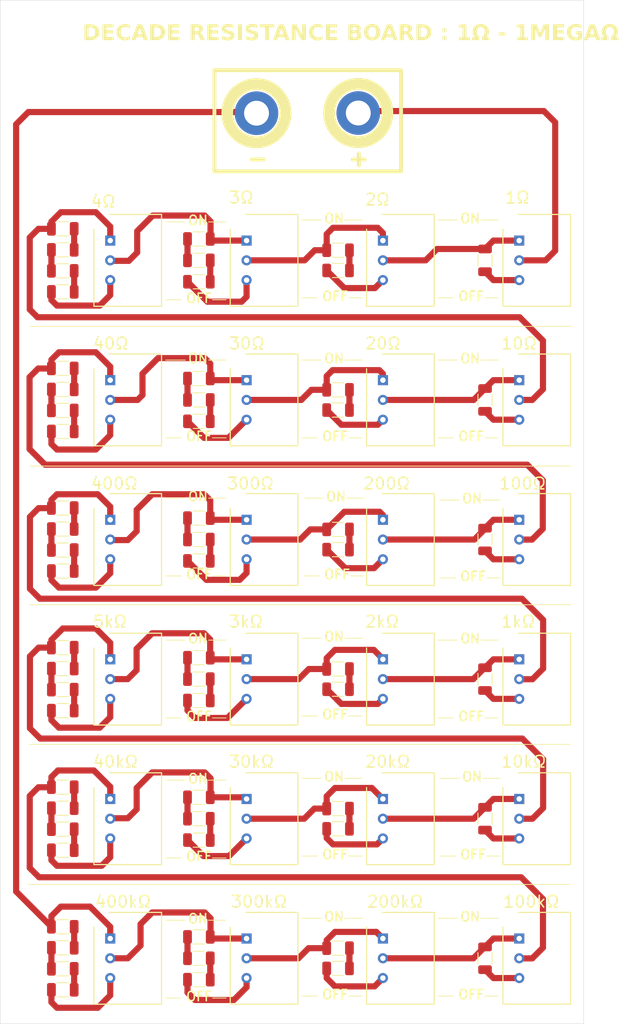
<source format=kicad_pcb>
(kicad_pcb (version 20240108) (generator "pcbnew") (generator_version "8.0")
  (layers (0 "F.Cu" signal) (31 "B.Cu" signal) (34 "B.Paste" user) (35 "F.Paste" user) (36 "B.SilkS" user "B.Silkscreen") (37 "F.SilkS" user "F.Silkscreen") (38 "B.Mask" user) (39 "F.Mask" user) (44 "Edge.Cuts" user))
  (net 0 "")
  (net 1 "Net-(SW1-C)")
  (net 2 "Net-(SW1-A)")
  (net 3 "Net-(SW2-C)")
  (net 4 "Net-(R2-Pad2)")
  (net 5 "Net-(SW2-A)")
  (net 6 "Net-(R4-Pad2)")
  (net 7 "Net-(R4-Pad1)")
  (net 8 "Net-(SW3-C)")
  (net 9 "Net-(SW3-A)")
  (net 10 "Net-(R7-Pad1)")
  (net 11 "Net-(R10-Pad2)")
  (net 12 "Net-(R8-Pad2)")
  (net 13 "Net-(SW4-C)")
  (net 14 "Net-(SW4-A)")
  (net 15 "Net-(SW8-A)")
  (net 16 "Net-(R11-Pad2)")
  (net 17 "Net-(R12-Pad1)")
  (net 18 "Net-(SW7-A)")
  (net 19 "Net-(R13-Pad1)")
  (net 20 "Net-(SW6-A)")
  (net 21 "Net-(R14-Pad2)")
  (net 22 "Net-(R15-Pad2)")
  (net 23 "Net-(R16-Pad2)")
  (net 24 "Net-(SW5-A)")
  (net 25 "Net-(SW5-C)")
  (net 26 "Net-(SW6-C)")
  (net 27 "Net-(SW7-C)")
  (net 28 "Net-(SW8-C)")
  (net 29 "Net-(R21-Pad2)")
  (net 30 "Net-(SW12-A)")
  (net 31 "Net-(R22-Pad1)")
  (net 32 "Net-(SW11-A)")
  (net 33 "Net-(R23-Pad1)")
  (net 34 "Net-(R24-Pad2)")
  (net 35 "Net-(SW10-A)")
  (net 36 "Net-(R25-Pad2)")
  (net 37 "Net-(R26-Pad2)")
  (net 38 "Net-(SW9-C)")
  (net 39 "Net-(SW10-B)")
  (net 40 "Net-(SW10-C)")
  (net 41 "Net-(SW11-C)")
  (net 42 "Net-(SW12-C)")
  (net 43 "Net-(SW16-A)")
  (net 44 "Net-(R31-Pad2)")
  (net 45 "Net-(SW15-A)")
  (net 46 "Net-(R32-Pad1)")
  (net 47 "Net-(R33-Pad1)")
  (net 48 "Net-(R34-Pad2)")
  (net 49 "Net-(SW14-A)")
  (net 50 "Net-(R35-Pad2)")
  (net 51 "Net-(R36-Pad2)")
  (net 52 "Net-(SW13-C)")
  (net 53 "Net-(SW13-A)")
  (net 54 "Net-(SW14-C)")
  (net 55 "Net-(SW15-C)")
  (net 56 "Net-(SW16-C)")
  (net 57 "Net-(SW20-A)")
  (net 58 "Net-(R41-Pad2)")
  (net 59 "Net-(R42-Pad1)")
  (net 60 "Net-(SW19-A)")
  (net 61 "Net-(R43-Pad1)")
  (net 62 "Net-(SW18-A)")
  (net 63 "Net-(R44-Pad2)")
  (net 64 "Net-(R45-Pad2)")
  (net 65 "Net-(R46-Pad2)")
  (net 66 "Net-(SW17-C)")
  (net 67 "Net-(SW17-A)")
  (net 68 "Net-(SW18-C)")
  (net 69 "Net-(SW19-C)")
  (net 70 "Net-(SW20-C)")
  (net 71 "Net-(R51-Pad2)")
  (net 72 "Net-(J1-Pin_1)")
  (net 73 "Net-(R52-Pad1)")
  (net 74 "Net-(SW23-A)")
  (net 75 "Net-(R53-Pad1)")
  (net 76 "Net-(SW22-A)")
  (net 77 "Net-(R54-Pad2)")
  (net 78 "Net-(R55-Pad2)")
  (net 79 "Net-(R56-Pad2)")
  (net 80 "Net-(SW21-A)")
  (net 81 "Net-(SW21-C)")
  (net 82 "Net-(SW22-C)")
  (net 83 "Net-(SW23-C)")
  (net 84 "Net-(SW24-C)")
  (net 85 "Net-(J2-Pin_1)")
  (footprint "Resistor_SMD:R_1206_3216Metric" (layer "F.Cu") (at 84.9 115.9584)
    (property "Reference" "R34" (hide yes))
    (property "Value" "1K")
  )
  (footprint "Package_SIP:SIP3_11.6x8.5mm" (layer "F.Cu") (at 108.2 78.8368 -90)
    (property "Reference" "SW5" (hide yes))
    (property "Value" "SW_SPDT")
  )
  (footprint "Resistor_SMD:R_1206_3216Metric" (layer "F.Cu") (at 49.5 103.3676)
    (property "Reference" "R30" (hide yes))
    (property "Value" "100E")
  )
  (footprint "Package_SIP:SIP3_11.6x8.5mm" (layer "F.Cu") (at 55.6 96.7776 -90)
    (property "Reference" "SW12" (hide yes))
    (property "Value" "SW_SPDT")
  )
  (footprint "Resistor_SMD:R_1206_3216Metric" (layer "F.Cu") (at 49.5 154.49)
    (property "Reference" "R56" (hide yes))
    (property "Value" "100k")
  )
  (footprint "Resistor_SMD:R_1206_3216Metric" (layer "F.Cu") (at 67 66.186)
    (property "Reference" "R5" (hide yes))
    (property "Value" "1E")
  )
  (footprint "Resistor_SMD:R_1206_3216Metric" (layer "F.Cu") (at 67 63.436)
    (property "Reference" "R4" (hide yes))
    (property "Value" "1E")
  )
  (footprint "Package_SIP:SIP3_11.6x8.5mm" (layer "F.Cu") (at 90.666666 78.8368 -90)
    (property "Reference" "SW6" (hide yes))
    (property "Value" "SW_SPDT")
  )
  (footprint "Resistor_SMD:R_1206_3216Metric" (layer "F.Cu") (at 84.9 62.136)
    (property "Reference" "R3" (hide yes))
    (property "Value" "1E")
  )
  (footprint "Resistor_SMD:R_1206_3216Metric" (layer "F.Cu") (at 103.8 81.3768 90)
    (property "Reference" "R17" (hide yes))
    (property "Value" "10E")
  )
  (footprint "Resistor_SMD:R_1206_3216Metric" (layer "F.Cu") (at 84.9 82.6768)
    (property "Reference" "R18" (hide yes))
    (property "Value" "10E")
  )
  (footprint "Resistor_SMD:R_1206_3216Metric" (layer "F.Cu") (at 49.5 118.6084)
    (property "Reference" "R36" (hide yes))
    (property "Value" "1K")
  )
  (footprint "Resistor_SMD:R_1206_3216Metric" (layer "F.Cu") (at 49.5 131.1492)
    (property "Reference" "R41" (hide yes))
    (property "Value" "10k")
  )
  (footprint "Resistor_SMD:R_1206_3216Metric" (layer "F.Cu") (at 84.9 100.6176)
    (property "Reference" "R28" (hide yes))
    (property "Value" "100E")
  )
  (footprint "Resistor_SMD:R_1206_3216Metric" (layer "F.Cu") (at 67 114.5084)
    (property "Reference" "R32" (hide yes))
    (property "Value" "1K")
  )
  (footprint "Resistor_SMD:R_1206_3216Metric" (layer "F.Cu") (at 49.5 95.2676)
    (property "Reference" "R21" (hide yes))
    (property "Value" "100E")
  )
  (footprint "Resistor_SMD:R_1206_3216Metric" (layer "F.Cu") (at 49.5 149.09)
    (property "Reference" "R51" (hide yes))
    (property "Value" "100k")
  )
  (footprint "Resistor_SMD:R_1206_3216Metric" (layer "F.Cu") (at 67 102.0676)
    (property "Reference" "R29" (hide yes))
    (property "Value" "100E")
  )
  (footprint "Resistor_SMD:R_1206_3216Metric" (layer "F.Cu") (at 103.8 135.1992 90)
    (property "Reference" "R47" (hide yes))
    (property "Value" "10k")
  )
  (footprint "Resistor_SMD:R_1206_3216Metric" (layer "F.Cu") (at 49.5 157.19)
    (property "Reference" "R60" (hide yes))
    (property "Value" "100k")
  )
  (footprint "Resistor_SMD:R_1206_3216Metric" (layer "F.Cu") (at 84.9 118.5584)
    (property "Reference" "R38" (hide yes))
    (property "Value" "1K")
  )
  (footprint "Resistor_SMD:R_1206_3216Metric" (layer "F.Cu") (at 67 99.3176)
    (property "Reference" "R25" (hide yes))
    (property "Value" "100E")
  )
  (footprint "Package_SIP:SIP3_11.6x8.5mm" (layer "F.Cu") (at 90.666666 60.896 -90)
    (property "Reference" "SW2" (hide yes))
    (property "Value" "SW_SPDT")
  )
  (footprint "Resistor_SMD:R_1206_3216Metric" (layer "F.Cu") (at 49.5 121.3084)
    (property "Reference" "R40" (hide yes))
    (property "Value" "1K")
  )
  (footprint "Resistor_SMD:R_1206_3216Metric" (layer "F.Cu") (at 67 78.6268)
    (property "Reference" "R12" (hide yes))
    (property "Value" "10E")
  )
  (footprint "Resistor_SMD:R_1206_3216Metric" (layer "F.Cu") (at 103.8 117.2584 90)
    (property "Reference" "R37" (hide yes))
    (property "Value" "1K")
  )
  (footprint "Resistor_SMD:R_1206_3216Metric" (layer "F.Cu") (at 49.5 59.386)
    (property "Reference" "R10" (hide yes))
    (property "Value" "1E")
  )
  (footprint "Resistor_SMD:R_1206_3216Metric" (layer "F.Cu") (at 84.9 64.736)
    (property "Reference" "R2" (hide yes))
    (property "Value" "1E")
  )
  (footprint "Resistor_SMD:R_1206_3216Metric" (layer "F.Cu") (at 49.5 77.3268)
    (property "Reference" "R11" (hide yes))
    (property "Value" "10E")
  )
  (footprint "Package_SIP:SIP3_11.6x8.5mm" (layer "F.Cu") (at 108.2 150.6 -90)
    (property "Reference" "SW21" (hide yes))
    (property "Value" "SW_SPDT")
  )
  (footprint "Package_SIP:SIP3_11.6x8.5mm" (layer "F.Cu") (at 55.6 78.8368 -90)
    (property "Reference" "SW8" (hide yes))
    (property "Value" "SW_SPDT")
  )
  (footprint "Package_SIP:SIP3_11.6x8.5mm" (layer "F.Cu") (at 90.666666 150.6 -90)
    (property "Reference" "SW22" (hide yes))
    (property "Value" "SW_SPDT")
  )
  (footprint "Resistor_SMD:R_1206_3216Metric" (layer "F.Cu") (at 67 117.2584)
    (property "Reference" "R35" (hide yes))
    (property "Value" "1K")
  )
  (footprint "Package_SIP:SIP3_11.6x8.5mm" (layer "F.Cu") (at 73.133333 96.7776 -90)
    (property "Reference" "SW11" (hide yes))
    (property "Value" "SW_SPDT")
  )
  (footprint "Resistor_SMD:R_1206_3216Metric" (layer "F.Cu") (at 84.9 136.4992)
    (property "Reference" "R48" (hide yes))
    (property "Value" "10k")
  )
  (footprint "Package_SIP:SIP3_11.6x8.5mm" (layer "F.Cu") (at 73.133333 78.8368 -90)
    (property "Reference" "SW7" (hide yes))
    (property "Value" "SW_SPDT")
  )
  (footprint "Package_SIP:SIP3_11.6x8.5mm" (layer "F.Cu") (at 108.2 114.7184 -90)
    (property "Reference" "SW13" (hide yes))
    (property "Value" "SW_SPDT")
  )
  (footprint "Resistor_SMD:R_1206_3216Metric" (layer "F.Cu") (at 49.5 62.086)
    (property "Reference" "R7" (hide yes))
    (property "Value" "1E")
  )
  (footprint "Package_SIP:SIP3_11.6x8.5mm" (layer "F.Cu") (at 90.666666 96.7776 -90)
    (property "Reference" "SW10" (hide yes))
    (property "Value" "SW_SPDT")
  )
  (footprint "Resistor_SMD:R_1206_3216Metric" (layer "F.Cu") (at 84.9 154.44)
    (property "Reference" "R58" (hide yes))
    (property "Value" "100k")
  )
  (footprint "Package_SIP:SIP3_11.6x8.5mm" (layer "F.Cu") (at 90.666666 114.7184 -90)
    (property "Reference" "SW14" (hide yes))
    (property "Value" "SW_SPDT")
  )
  (footprint "Package_SIP:SIP3_11.6x8.5mm" (layer "F.Cu") (at 73.133333 114.7184 -90)
    (property "Reference" "SW15" (hide yes))
    (property "Value" "SW_SPDT")
  )
  (footprint "Resistor_SMD:R_1206_3216Metric" (layer "F.Cu") (at 49.5 151.79)
    (property "Reference" "R53" (hide yes))
    (property "Value" "100k")
  )
  (footprint "Resistor_SMD:R_1206_3216Metric" (layer "F.Cu") (at 84.9 98.0176)
    (property "Reference" "R24" (hide yes))
    (property "Value" "100E")
  )
  (footprint "Resistor_SMD:R_1206_3216Metric" (layer "F.Cu") (at 67 137.9492)
    (property "Reference" "R49" (hide yes))
    (property "Value" "10k")
  )
  (footprint "Package_SIP:SIP3_11.6x8.5mm" (layer "F.Cu") (at 55.6 60.896 -90)
    (property "Reference" "SW4" (hide yes))
    (property "Value" "SW_SPDT")
  )
  (footprint "Package_SIP:SIP3_11.6x8.5mm" (layer "F.Cu") (at 55.6 132.6592 -90)
    (property "Reference" "SW20" (hide yes))
    (property "Value" "SW_SPDT")
  )
  (footprint "Resistor_SMD:R_1206_3216Metric" (layer "F.Cu") (at 49.5 80.0268)
    (property "Reference" "R13" (hide yes))
    (property "Value" "10E")
  )
  (footprint "Package_SIP:SIP3_11.6x8.5mm" (layer "F.Cu") (at 73.133333 150.6 -90)
    (property "Reference" "SW23" (hide yes))
    (property "Value" "SW_SPDT")
  )
  (footprint "Resistor_SMD:R_1206_3216Metric" (layer "F.Cu") (at 67 135.1992)
    (property "Reference" "R45" (hide yes))
    (property "Value" "10k")
  )
  (footprint "Resistor_SMD:R_1206_3216Metric" (layer "F.Cu") (at 103.8 99.3176 90)
    (property "Reference" "R27" (hide yes))
    (property "Value" "100E")
  )
  (footprint "Resistor_SMD:R_1206_3216Metric" (layer "F.Cu") (at 84.9 151.84)
    (property "Reference" "R54" (hide yes))
    (property "Value" "100k")
  )
  (footprint "Resistor_SMD:R_1206_3216Metric" (layer "F.Cu") (at 67 84.1268)
    (property "Reference" "R19" (hide yes))
    (property "Value" "10E")
  )
  (footprint "Resistor_SMD:R_1206_3216Metric" (layer "F.Cu") (at 49.5 136.5492)
    (property "Reference" "R46" (hide yes))
    (property "Value" "10k")
  )
  (footprint "Resistor_SMD:R_1206_3216Metric" (layer "F.Cu") (at 67 153.14)
    (property "Reference" "R55" (hide yes))
    (property "Value" "100k")
  )
  (footprint "Resistor_SMD:R_1206_3216Metric" (layer "F.Cu") (at 49.5 113.2084)
    (property "Reference" "R31" (hide yes))
    (property "Value" "1K")
  )
  (footprint "Resistor_SMD:R_1206_3216Metric" (layer "F.Cu") (at 67 60.686)
    (property "Reference" "R6" (hide yes))
    (property "Value" "1E")
  )
  (footprint "Package_SIP:SIP3_11.6x8.5mm" (layer "F.Cu") (at 55.6 114.7184 -90)
    (property "Reference" "SW16" (hide yes))
    (property "Value" "SW_SPDT")
  )
  (footprint "Package_SIP:SIP3_11.6x8.5mm" (layer "F.Cu") (at 73.133333 60.896 -90)
    (property "Reference" "SW3" (hide yes))
    (property "Value" "SW_SPDT")
  )
  (footprint "Resistor_SMD:R_1206_3216Metric" (layer "F.Cu") (at 49.5 64.786)
    (property "Reference" "R8" (hide yes))
    (property "Value" "1E")
  )
  (footprint "Resistor_SMD:R_1206_3216Metric" (layer "F.Cu") (at 103.8 153.14 90)
    (property "Reference" "R57" (hide yes))
    (property "Value" "100k")
  )
  (footprint "Resistor_SMD:R_1206_3216Metric" (layer "F.Cu") (at 84.9 133.8992)
    (property "Reference" "R44" (hide yes))
    (property "Value" "10k")
  )
  (footprint "Package_SIP:SIP3_11.6x8.5mm" (layer "F.Cu") (at 55.6 150.6 -90)
    (property "Reference" "SW24" (hide yes))
    (property "Value" "SW_SPDT")
  )
  (footprint "Resistor_SMD:R_1206_3216Metric" (layer "F.Cu") (at 49.5 133.8492)
    (property "Reference" "R43" (hide yes))
    (property "Value" "10k")
  )
  (footprint "Package_SIP:SIP3_11.6x8.5mm" (layer "F.Cu") (at 73.133333 132.6592 -90)
    (property "Reference" "SW19" (hide yes))
    (property "Value" "SW_SPDT")
  )
  (footprint "Resistor_SMD:R_1206_3216Metric" (layer "F.Cu") (at 84.9 80.0768)
    (property "Reference" "R14" (hide yes))
    (property "Value" "10E")
  )
  (footprint "Package_SIP:SIP3_11.6x8.5mm" (layer "F.Cu") (at 108.2 60.896 -90)
    (property "Reference" "SW1" (hide yes))
    (property "Value" "SW_SPDT")
  )
  (footprint "Resistor_SMD:R_1206_3216Metric" (layer "F.Cu") (at 49.5 100.6676)
    (property "Reference" "R26" (hide yes))
    (property "Value" "100E")
  )
  (footprint "Package_SIP:SIP3_11.6x8.5mm" (layer "F.Cu") (at 90.666666 132.6592 -90)
    (property "Reference" "SW18" (hide yes))
    (property "Value" "SW_SPDT")
  )
  (footprint "Resistor_SMD:R_1206_3216Metric" (layer "F.Cu") (at 67 155.89)
    (property "Reference" "R59" (hide yes))
    (property "Value" "100k")
  )
  (footprint "MountingHole:MountingHole_3.2mm_M3_DIN965_Pad" (layer "F.Cu") (at 87.5 44.5)
    (property "Reference" "J2" (hide yes))
    (property "Value" "Conn_01x01_Socket")
  )
  (footprint "Package_SIP:SIP3_11.6x8.5mm" (layer "F.Cu") (at 108.2 132.6592 -90)
    (property "Reference" "SW17" (hide yes))
    (property "Value" "SW_SPDT")
  )
  (footprint "Resistor_SMD:R_1206_3216Metric" (layer "F.Cu") (at 49.5 67.486)
    (property "Reference" "R9" (hide yes))
    (property "Value" "1E")
  )
  (footprint "Resistor_SMD:R_1206_3216Metric" (layer "F.Cu") (at 103.8 63.436 90)
    (property "Reference" "R1" (hide yes))
    (property "Value" "1E")
  )
  (footprint "Package_SIP:SIP3_11.6x8.5mm" (layer "F.Cu") (at 108.2 96.7776 -90)
    (property "Reference" "SW9" (hide yes))
    (property "Value" "SW_SPDT")
  )
  (footprint "Resistor_SMD:R_1206_3216Metric" (layer "F.Cu") (at 49.5 82.7268)
    (property "Reference" "R16" (hide yes))
    (property "Value" "10E")
  )
  (footprint "Resistor_SMD:R_1206_3216Metric" (layer "F.Cu") (at 67 96.5676)
    (property "Reference" "R22" (hide yes))
    (property "Value" "100E")
  )
  (footprint "Resistor_SMD:R_1206_3216Metric" (layer "F.Cu") (at 49.5 139.2492)
    (property "Reference" "R50" (hide yes))
    (property "Value" "10k")
  )
  (footprint "Resistor_SMD:R_1206_3216Metric" (layer "F.Cu") (at 49.5 85.4268)
    (property "Reference" "R20" (hide yes))
    (property "Value" "10E")
  )
  (footprint "Resistor_SMD:R_1206_3216Metric" (layer "F.Cu") (at 67 132.4492)
    (property "Reference" "R42" (hide yes))
    (property "Value" "10k")
  )
  (footprint "Resistor_SMD:R_1206_3216Metric" (layer "F.Cu") (at 49.5 115.9084)
    (property "Reference" "R33" (hide yes))
    (property "Value" "1K")
  )
  (footprint "Resistor_SMD:R_1206_3216Metric" (layer "F.Cu") (at 67 81.3768)
    (property "Reference" "R15" (hide yes))
    (property "Value" "10E")
  )
  (footprint "Resistor_SMD:R_1206_3216Metric" (layer "F.Cu") (at 67 150.39)
    (property "Reference" "R52" (hide yes))
    (property "Value" "100k")
  )
  (footprint "MountingHole:MountingHole_3.2mm_M3_DIN965_Pad" (layer "F.Cu") (at 74.4125 44.525 180)
    (property "Reference" "J1" (hide yes))
    (property "Value" "Conn_01x01_Socket")
  )
  (footprint "Resistor_SMD:R_1206_3216Metric" (layer "F.Cu") (at 67 120.0084)
    (property "Reference" "R39" (hide yes))
    (property "Value" "1K")
  )
  (footprint "Resistor_SMD:R_1206_3216Metric" (layer "F.Cu") (at 49.5 97.9676)
    (property "Reference" "R23" (hide yes))
    (property "Value" "100E")
  )
  (gr_line (start 67.5 125.65) (end 88.625 125.65) (stroke (width 0.1)) (layer "F.SilkS"))
  (gr_line (start 45.075 143.65) (end 67.4 143.65) (stroke (width 0.1)) (layer "F.SilkS"))
  (gr_line (start 88.725 89.875) (end 114.875 89.875) (stroke (width 0.1)) (layer "F.SilkS"))
  (gr_line (start 68.75 86.25) (end 70.5 86.25) (stroke (width 0.1)) (layer "F.SilkS"))
  (gr_line (start 85.75 112) (end 88 112) (stroke (width 0.1)) (layer "F.SilkS"))
  (gr_line (start 103.75 158) (end 105.5 158) (stroke (width 0.1)) (layer "F.SilkS"))
  (gr_line (start 80.25 148) (end 82.75 148) (stroke (width 0.1)) (layer "F.SilkS"))
  (gr_line (start 97.75 112.25) (end 100.25 112.25) (stroke (width 0.1)) (layer "F.SilkS"))
  (gr_line (start 85.75 130) (end 88 130) (stroke (width 0.1)) (layer "F.SilkS"))
  (gr_line (start 97.75 86.25) (end 99.75 86.25) (stroke (width 0.1)) (layer "F.SilkS"))
  (gr_line (start 68.25 112.25) (end 70.5 112.25) (stroke (width 0.1)) (layer "F.SilkS"))
  (gr_line (start 80.25 130) (end 82.75 130) (stroke (width 0.1)) (layer "F.SilkS"))
  (gr_line (start 62.75 94) (end 65.25 94) (stroke (width 0.1)) (layer "F.SilkS"))
  (gr_line (start 62.75 122.25) (end 64.75 122.25) (stroke (width 0.1)) (layer "F.SilkS"))
  (gr_line (start 62.75 86.25) (end 64.75 86.25) (stroke (width 0.1)) (layer "F.SilkS"))
  (gr_rect (start 69 39) (end 93 52) (stroke (width 0.5)) (fill none) (layer "F.SilkS"))
  (gr_line (start 98 140) (end 100 140) (stroke (width 0.1)) (layer "F.SilkS"))
  (gr_line (start 80.25 68.25) (end 82.25 68.25) (stroke (width 0.1)) (layer "F.SilkS"))
  (gr_line (start 62.75 158.25) (end 64.75 158.25) (stroke (width 0.1)) (layer "F.SilkS"))
  (gr_line (start 67.6 89.875) (end 88.725 89.875) (stroke (width 0.1)) (layer "F.SilkS"))
  (gr_line (start 62.75 130.25) (end 65.25 130.25) (stroke (width 0.1)) (layer "F.SilkS"))
  (gr_line (start 97.75 148) (end 100.25 148) (stroke (width 0.1)) (layer "F.SilkS"))
  (gr_line (start 45.325 71.925) (end 67.65 71.925) (stroke (width 0.1)) (layer "F.SilkS"))
  (gr_line (start 67.65 71.925) (end 88.775 71.925) (stroke (width 0.1)) (layer "F.SilkS"))
  (gr_line (start 86.25 158) (end 88 158) (stroke (width 0.1)) (layer "F.SilkS"))
  (gr_line (start 88.525 143.65) (end 114.675 143.65) (stroke (width 0.1)) (layer "F.SilkS"))
  (gr_line (start 68.25 130.25) (end 70.5 130.25) (stroke (width 0.1)) (layer "F.SilkS"))
  (gr_line (start 104 140) (end 105.75 140) (stroke (width 0.1)) (layer "F.SilkS"))
  (gr_line (start 68.75 104) (end 70.5 104) (stroke (width 0.1)) (layer "F.SilkS"))
  (gr_line (start 97.75 68.25) (end 99.75 68.25) (stroke (width 0.1)) (layer "F.SilkS"))
  (gr_line (start 62.75 148.25) (end 65.25 148.25) (stroke (width 0.1)) (layer "F.SilkS"))
  (gr_line (start 103.25 58.25) (end 105.5 58.25) (stroke (width 0.1)) (layer "F.SilkS"))
  (gr_line (start 103.25 112.25) (end 105.5 112.25) (stroke (width 0.1)) (layer "F.SilkS"))
  (gr_line (start 68.75 158.25) (end 70.5 158.25) (stroke (width 0.1)) (layer "F.SilkS"))
  (gr_line (start 68.25 76.25) (end 70.5 76.25) (stroke (width 0.1)) (layer "F.SilkS"))
  (gr_circle (center 74.4 44.525) (end 78.15 44.525) (stroke (width 1.5)) (fill none) (layer "F.SilkS"))
  (gr_line (start 67.4 143.65) (end 88.525 143.65) (stroke (width 0.1)) (layer "F.SilkS"))
  (gr_line (start 62.75 68.5) (end 64.75 68.5) (stroke (width 0.1)) (layer "F.SilkS"))
  (gr_line (start 80.25 122) (end 82.25 122) (stroke (width 0.1)) (layer "F.SilkS"))
  (gr_line (start 86.25 140) (end 88 140) (stroke (width 0.1)) (layer "F.SilkS"))
  (gr_line (start 85.75 58.25) (end 88 58.25) (stroke (width 0.1)) (layer "F.SilkS"))
  (gr_line (start 62.75 112.25) (end 65.25 112.25) (stroke (width 0.1)) (layer "F.SilkS"))
  (gr_line (start 88.675 107.7) (end 114.825 107.7) (stroke (width 0.1)) (layer "F.SilkS"))
  (gr_line (start 97.75 122.25) (end 99.75 122.25) (stroke (width 0.1)) (layer "F.SilkS"))
  (gr_line (start 103.25 76.25) (end 105.5 76.25) (stroke (width 0.1)) (layer "F.SilkS"))
  (gr_line (start 103.75 86.25) (end 105.5 86.25) (stroke (width 0.1)) (layer "F.SilkS"))
  (gr_line (start 86.25 122) (end 88 122) (stroke (width 0.1)) (layer "F.SilkS"))
  (gr_line (start 103.5 130) (end 105.75 130) (stroke (width 0.1)) (layer "F.SilkS"))
  (gr_line (start 68.75 140.25) (end 70.5 140.25) (stroke (width 0.1)) (layer "F.SilkS"))
  (gr_line (start 103.5 94.25) (end 105.75 94.25) (stroke (width 0.1)) (layer "F.SilkS"))
  (gr_line (start 68.25 58.5) (end 70.5 58.5) (stroke (width 0.1)) (layer "F.SilkS"))
  (gr_line (start 85.75 76.25) (end 88 76.25) (stroke (width 0.1)) (layer "F.SilkS"))
  (gr_line (start 86.25 86.25) (end 88 86.25) (stroke (width 0.1)) (layer "F.SilkS"))
  (gr_line (start 80.25 158) (end 82.25 158) (stroke (width 0.1)) (layer "F.SilkS"))
  (gr_line (start 98 104.25) (end 100 104.25) (stroke (width 0.1)) (layer "F.SilkS"))
  (gr_line (start 45.225 107.7) (end 67.55 107.7) (stroke (width 0.1)) (layer "F.SilkS"))
  (gr_line (start 97.75 76.25) (end 100.25 76.25) (stroke (width 0.1)) (layer "F.SilkS"))
  (gr_line (start 67.55 107.7) (end 88.675 107.7) (stroke (width 0.1)) (layer "F.SilkS"))
  (gr_line (start 104 104.25) (end 105.75 104.25) (stroke (width 0.1)) (layer "F.SilkS"))
  (gr_line (start 86.25 68.25) (end 88 68.25) (stroke (width 0.1)) (layer "F.SilkS"))
  (gr_line (start 80.25 140) (end 82.25 140) (stroke (width 0.1)) (layer "F.SilkS"))
  (gr_line (start 62.75 104) (end 64.75 104) (stroke (width 0.1)) (layer "F.SilkS"))
  (gr_line (start 103.75 68.25) (end 105.5 68.25) (stroke (width 0.1)) (layer "F.SilkS"))
  (gr_line (start 88.775 71.925) (end 114.925 71.925) (stroke (width 0.1)) (layer "F.SilkS"))
  (gr_line (start 68.25 148.25) (end 70.5 148.25) (stroke (width 0.1)) (layer "F.SilkS"))
  (gr_line (start 88.625 125.65) (end 114.775 125.65) (stroke (width 0.1)) (layer "F.SilkS"))
  (gr_line (start 62.75 58.5) (end 65.25 58.5) (stroke (width 0.1)) (layer "F.SilkS"))
  (gr_line (start 85.75 148) (end 88 148) (stroke (width 0.1)) (layer "F.SilkS"))
  (gr_line (start 68.75 122.25) (end 70.5 122.25) (stroke (width 0.1)) (layer "F.SilkS"))
  (gr_line (start 86.5 104) (end 88.25 104) (stroke (width 0.1)) (layer "F.SilkS"))
  (gr_line (start 97.75 158) (end 99.75 158) (stroke (width 0.1)) (layer "F.SilkS"))
  (gr_line (start 80.25 112) (end 82.75 112) (stroke (width 0.1)) (layer "F.SilkS"))
  (gr_line (start 80.25 86.25) (end 82.25 86.25) (stroke (width 0.1)) (layer "F.SilkS"))
  (gr_line (start 45.275 89.875) (end 67.6 89.875) (stroke (width 0.1)) (layer "F.SilkS"))
  (gr_line (start 80.5 94) (end 83 94) (stroke (width 0.1)) (layer "F.SilkS"))
  (gr_line (start 62.75 76.25) (end 65.25 76.25) (stroke (width 0.1)) (layer "F.SilkS"))
  (gr_line (start 103.25 148) (end 105.5 148) (stroke (width 0.1)) (layer "F.SilkS"))
  (gr_line (start 80.25 76.25) (end 82.75 76.25) (stroke (width 0.1)) (layer "F.SilkS"))
  (gr_circle (center 87.5 44.5) (end 91.25 44.5) (stroke (width 1.5)) (fill none) (layer "F.SilkS"))
  (gr_line (start 68.75 68.5) (end 70.5 68.5) (stroke (width 0.1)) (layer "F.SilkS"))
  (gr_line (start 98 130) (end 100.5 130) (stroke (width 0.1)) (layer "F.SilkS"))
  (gr_line (start 68.25 94) (end 70.5 94) (stroke (width 0.1)) (layer "F.SilkS"))
  (gr_line (start 80.25 58.25) (end 82.75 58.25) (stroke (width 0.1)) (layer "F.SilkS"))
  (gr_line (start 97.75 58.25) (end 100.25 58.25) (stroke (width 0.1)) (layer "F.SilkS"))
  (gr_line (start 45.175 125.65) (end 67.5 125.65) (stroke (width 0.1)) (layer "F.SilkS"))
  (gr_line (start 86 94) (end 88.25 94) (stroke (width 0.1)) (layer "F.SilkS"))
  (gr_line (start 80.5 104) (end 82.5 104) (stroke (width 0.1)) (layer "F.SilkS"))
  (gr_line (start 103.75 122.25) (end 105.5 122.25) (stroke (width 0.1)) (layer "F.SilkS"))
  (gr_line (start 98 94.25) (end 100.5 94.25) (stroke (width 0.1)) (layer "F.SilkS"))
  (gr_line (start 62.75 140.25) (end 64.75 140.25) (stroke (width 0.1)) (layer "F.SilkS"))
  (gr_rect (start 41.45 30) (end 116.475 161.55) (stroke (width 0.05)) (fill none) (layer "Edge.Cuts"))
  (gr_text "40Ω" (at 53.25 75 0) (layer "F.SilkS") (effects (font (size 1.5 1.5) (thickness 0.2)) (justify left bottom)))
  (gr_text "5kΩ" (at 53.25 110.75 0) (layer "F.SilkS") (effects (font (size 1.5 1.5) (thickness 0.2)) (justify left bottom)))
  (gr_text "ON" (at 100.5 112.75 0) (layer "F.SilkS") (effects (font (size 1.2 1.2) (thickness 0.2)) (justify left bottom)))
  (gr_text "20Ω" (at 88.25 75 0) (layer "F.SilkS") (effects (font (size 1.5 1.5) (thickness 0.2)) (justify left bottom)))
  (gr_text "ON" (at 100.5 58.75 0) (layer "F.SilkS") (effects (font (size 1.2 1.2) (thickness 0.2)) (justify left bottom)))
  (gr_text "300Ω" (at 70.5 93 0) (layer "F.SilkS") (effects (font (size 1.5 1.5) (thickness 0.2)) (justify left bottom)))
  (gr_text "ON" (at 83 58.75 0) (layer "F.SilkS") (effects (font (size 1.2 1.2) (thickness 0.2)) (justify left bottom)))
  (gr_text "3kΩ" (at 70.75 110.75 0) (layer "F.SilkS") (effects (font (size 1.5 1.5) (thickness 0.2)) (justify left bottom)))
  (gr_text "OFF" (at 65.25 158.75 0) (layer "F.SilkS") (effects (font (size 1.2 1.2) (thickness 0.2)) (justify left bottom)))
  (gr_text "OFF" (at 65.25 69 0) (layer "F.SilkS") (effects (font (size 1.2 1.2) (thickness 0.2)) (justify left bottom)))
  (gr_text "100Ω" (at 105.5 93 0) (layer "F.SilkS") (effects (font (size 1.5 1.5) (thickness 0.2)) (justify left bottom)))
  (gr_text "OFF" (at 82.75 68.75 0) (layer "F.SilkS") (effects (font (size 1.2 1.2) (thickness 0.2)) (justify left bottom)))
  (gr_text "OFF" (at 100.5 104.75 0) (layer "F.SilkS") (effects (font (size 1.2 1.2) (thickness 0.2)) (justify left bottom)))
  (gr_text "ON" (at 65.5 76.75 0) (layer "F.SilkS") (effects (font (size 1.2 1.2) (thickness 0.2)) (justify left bottom)))
  (gr_text "ON" (at 65.5 148.75 0) (layer "F.SilkS") (effects (font (size 1.2 1.2) (thickness 0.2)) (justify left bottom)))
  (gr_text "40kΩ" (at 53.25 128.75 0) (layer "F.SilkS") (effects (font (size 1.5 1.5) (thickness 0.2)) (justify left bottom)))
  (gr_text "OFF" (at 65.25 104.5 0) (layer "F.SilkS") (effects (font (size 1.2 1.2) (thickness 0.2)) (justify left bottom)))
  (gr_text "ON" (at 100.75 94.75 0) (layer "F.SilkS") (effects (font (size 1.2 1.2) (thickness 0.2)) (justify left bottom)))
  (gr_text "10kΩ\n" (at 105.75 128.75 0) (layer "F.SilkS") (effects (font (size 1.5 1.5) (thickness 0.2)) (justify left bottom)))
  (gr_text "OFF" (at 100.25 158.5 0) (layer "F.SilkS") (effects (font (size 1.2 1.2) (thickness 0.2)) (justify left bottom)))
  (gr_text "3Ω" (at 70.75 56.25 0) (layer "F.SilkS") (effects (font (size 1.5 1.5) (thickness 0.2)) (justify left bottom)))
  (gr_text "OFF" (at 82.75 158.5 0) (layer "F.SilkS") (effects (font (size 1.2 1.2) (thickness 0.2)) (justify left bottom)))
  (gr_text "OFF" (at 65.25 86.75 0) (layer "F.SilkS") (effects (font (size 1.2 1.2) (thickness 0.2)) (justify left bottom)))
  (gr_text "ON" (at 65.5 59 0) (layer "F.SilkS") (effects (font (size 1.2 1.2) (thickness 0.2)) (justify left bottom)))
  (gr_text "200kΩ" (at 88.5 146.75 0) (layer "F.SilkS") (effects (font (size 1.5 1.5) (thickness 0.2)) (justify left bottom)))
  (gr_text "300kΩ" (at 71 146.75 0) (layer "F.SilkS") (effects (font (size 1.5 1.5) (thickness 0.2)) (justify left bottom)))
  (gr_text "OFF" (at 82.75 122.5 0) (layer "F.SilkS") (effects (font (size 1.2 1.2) (thickness 0.2)) (justify left bottom)))
  (gr_text "OFF" (at 100.25 122.75 0) (layer "F.SilkS") (effects (font (size 1.2 1.2) (thickness 0.2)) (justify left bottom)))
  (gr_text "20kΩ" (at 88.25 128.75 0) (layer "F.SilkS") (effects (font (size 1.5 1.5) (thickness 0.2)) (justify left bottom)))
  (gr_text "30Ω" (at 70.75 75 0) (layer "F.SilkS") (effects (font (size 1.5 1.5) (thickness 0.2)) (justify left bottom)))
  (gr_text "OFF" (at 65.25 140.75 0) (layer "F.SilkS") (effects (font (size 1.2 1.2) (thickness 0.2)) (justify left bottom)))
  (gr_text "ON" (at 65.5 112.75 0) (layer "F.SilkS") (effects (font (size 1.2 1.2) (thickness 0.2)) (justify left bottom)))
  (gr_text "400kΩ" (at 53.5 146.75 0) (layer "F.SilkS") (effects (font (size 1.5 1.5) (thickness 0.2)) (justify left bottom)))
  (gr_text "OFF" (at 100.25 68.75 0) (layer "F.SilkS") (effects (font (size 1.2 1.2) (thickness 0.2)) (justify left bottom)))
  (gr_text "ON" (at 100.75 130.5 0) (layer "F.SilkS") (effects (font (size 1.2 1.2) (thickness 0.2)) (justify left bottom)))
  (gr_text "1kΩ" (at 105.75 110.75 0) (layer "F.SilkS") (effects (font (size 1.5 1.5) (thickness 0.2)) (justify left bottom)))
  (gr_text "ON" (at 65.5 130.75 0) (layer "F.SilkS") (effects (font (size 1.2 1.2) (thickness 0.2)) (justify left bottom)))
  (gr_text "400Ω" (at 53 93 0) (layer "F.SilkS") (effects (font (size 1.5 1.5) (thickness 0.2)) (justify left bottom)))
  (gr_text "OFF" (at 100.25 86.75 0) (layer "F.SilkS") (effects (font (size 1.2 1.2) (thickness 0.2)) (justify left bottom)))
  (gr_text "1Ω" (at 106.25 56.25 0) (layer "F.SilkS") (effects (font (size 1.5 1.5) (thickness 0.2)) (justify left bottom)))
  (gr_text "ON" (at 65.5 94.5 0) (layer "F.SilkS") (effects (font (size 1.2 1.2) (thickness 0.2)) (justify left bottom)))
  (gr_text "4Ω" (at 53 56.75 0) (layer "F.SilkS") (effects (font (size 1.5 1.5) (thickness 0.2)) (justify left bottom)))
  (gr_text "ON" (at 100.5 148.5 0) (layer "F.SilkS") (effects (font (size 1.2 1.2) (thickness 0.2)) (justify left bottom)))
  (gr_text "OFF" (at 83 104.5 0) (layer "F.SilkS") (effects (font (size 1.2 1.2) (thickness 0.2)) (justify left bottom)))
  (gr_text "OFF" (at 100.5 140.5 0) (layer "F.SilkS") (effects (font (size 1.2 1.2) (thickness 0.2)) (justify left bottom)))
  (gr_text "ON" (at 83 112.5 0) (layer "F.SilkS") (effects (font (size 1.2 1.2) (thickness 0.2)) (justify left bottom)))
  (gr_text "200Ω" (at 88 93 0) (layer "F.SilkS") (effects (font (size 1.5 1.5) (thickness 0.2)) (justify left bottom)))
  (gr_text "30kΩ" (at 70.75 128.75 0) (layer "F.SilkS") (effects (font (size 1.5 1.5) (thickness 0.2)) (justify left bottom)))
  (gr_text "100kΩ" (at 106 146.75 0) (layer "F.SilkS") (effects (font (size 1.5 1.5) (thickness 0.2)) (justify left bottom)))
  (gr_text "OFF" (at 82.75 140.5 0) (layer "F.SilkS") (effects (font (size 1.2 1.2) (thickness 0.2)) (justify left bottom)))
  (gr_text "ON" (at 83 130.5 0) (layer "F.SilkS") (effects (font (size 1.2 1.2) (thickness 0.2)) (justify left bottom)))
  (gr_text "ON" (at 83 76.75 0) (layer "F.SilkS") (effects (font (size 1.2 1.2) (thickness 0.2)) (justify left bottom)))
  (gr_text "ON" (at 83.25 94.5 0) (layer "F.SilkS") (effects (font (size 1.2 1.2) (thickness 0.2)) (justify left bottom)))
  (gr_text "2kΩ" (at 88.25 110.75 0) (layer "F.SilkS") (effects (font (size 1.5 1.5) (thickness 0.2)) (justify left bottom)))
  (gr_text "+" (at 86 51.5 0) (layer "F.SilkS") (effects (font (size 2 2) (thickness 0.5) (bold yes)) (justify left bottom)))
  (gr_text "10Ω" (at 105.75 75 0) (layer "F.SilkS") (effects (font (size 1.5 1.5) (thickness 0.2)) (justify left bottom)))
  (gr_text "ON" (at 83 148.5 0) (layer "F.SilkS") (effects (font (size 1.2 1.2) (thickness 0.2)) (justify left bottom)))
  (gr_text "DECADE RESISTANCE BOARD : 1Ω - 1MEGAΩ" (at 52.025 35.475 0) (layer "F.SilkS") (effects (font (size 2 2) (thickness 0.5) (bold yes)) (justify left bottom)))
  (gr_text "2Ω" (at 88.25 56.5 0) (layer "F.SilkS") (effects (font (size 1.5 1.5) (thickness 0.2)) (justify left bottom)))
  (gr_text "OFF" (at 65.25 122.75 0) (layer "F.SilkS") (effects (font (size 1.2 1.2) (thickness 0.2)) (justify left bottom)))
  (gr_text "OFF" (at 82.75 86.75 0) (layer "F.SilkS") (effects (font (size 1.2 1.2) (thickness 0.2)) (justify left bottom)))
  (gr_text "-" (at 73 51.5 0) (layer "F.SilkS") (effects (font (size 2 2) (thickness 0.5) (bold yes)) (justify left bottom)))
  (gr_text "ON" (at 100.5 76.75 0) (layer "F.SilkS") (effects (font (size 1.2 1.2) (thickness 0.2)) (justify left bottom)))
  (segment (start 108.2 65.976) (end 104.8775 65.976) (width 0.79) (layer "F.Cu") (net 1))
  (segment (start 104.8775 65.976) (end 103.8 64.8985) (width 0.79) (layer "F.Cu") (net 1))
  (segment (start 108.2 60.896) (end 104.8775 60.896) (width 0.79) (layer "F.Cu") (net 2))
  (segment (start 97.6265 61.9735) (end 96.164 63.436) (width 0.79) (layer "F.Cu") (net 2))
  (segment (start 104.8775 60.896) (end 103.8 61.9735) (width 0.79) (layer "F.Cu") (net 2))
  (segment (start 96.164 63.436) (end 90.666666 63.436) (width 0.79) (layer "F.Cu") (net 2))
  (segment (start 103.8 61.9735) (end 97.6265 61.9735) (width 0.79) (layer "F.Cu") (net 2))
  (segment (start 85.7015 67) (end 89.642666 67) (width 0.79) (layer "F.Cu") (net 3))
  (segment (start 83.4375 64.736) (end 85.7015 67) (width 0.79) (layer "F.Cu") (net 3))
  (segment (start 89.642666 67) (end 90.666666 65.976) (width 0.79) (layer "F.Cu") (net 3))
  (segment (start 86.3625 62.136) (end 86.3625 64.736) (width 0.79) (layer "F.Cu") (net 4))
  (segment (start 90.666666 59.916666) (end 90 59.25) (width 0.79) (layer "F.Cu") (net 5))
  (segment (start 84.25 59.25) (end 83.4375 60.0625) (width 0.79) (layer "F.Cu") (net 5))
  (segment (start 73.133333 63.436) (end 80.60075 63.436) (width 0.79) (layer "F.Cu") (net 5))
  (segment (start 80.60075 63.436) (end 81.90075 62.136) (width 0.79) (layer "F.Cu") (net 5))
  (segment (start 90 59.25) (end 84.25 59.25) (width 0.79) (layer "F.Cu") (net 5))
  (segment (start 81.90075 62.136) (end 83.4375 62.136) (width 0.79) (layer "F.Cu") (net 5))
  (segment (start 83.4375 60.0625) (end 83.4375 62.136) (width 0.79) (layer "F.Cu") (net 5))
  (segment (start 90.666666 60.896) (end 90.666666 59.916666) (width 0.79) (layer "F.Cu") (net 5))
  (segment (start 68.4625 63.436) (end 68.4625 66.186) (width 0.79) (layer "F.Cu") (net 6))
  (segment (start 65.5375 60.686) (end 65.5375 63.436) (width 0.79) (layer "F.Cu") (net 7))
  (segment (start 73.133333 68.116667) (end 73.133333 65.976) (width 0.79) (layer "F.Cu") (net 8))
  (segment (start 72.5 68.75) (end 73.133333 68.116667) (width 0.79) (layer "F.Cu") (net 8))
  (segment (start 65.5375 66.186) (end 68.1015 68.75) (width 0.79) (layer "F.Cu") (net 8))
  (segment (start 68.1015 68.75) (end 72.5 68.75) (width 0.79) (layer "F.Cu") (net 8))
  (segment (start 68.5 58.435) (end 67.745 57.68) (width 0.79) (layer "F.Cu") (net 9))
  (segment (start 68.5325 60.82) (end 68.5 60.7875) (width 0.79) (layer "F.Cu") (net 9))
  (segment (start 68.5 60.7875) (end 68.5 58.435) (width 0.79) (layer "F.Cu") (net 9))
  (segment (start 59.07 62.43) (end 58 63.5) (width 0.79) (layer "F.Cu") (net 9))
  (segment (start 73.133333 60.896) (end 68.6725 60.896) (width 0.79) (layer "F.Cu") (net 9))
  (segment (start 55.74 63.5) (end 55.67 63.57) (width 0.79) (layer "F.Cu") (net 9))
  (segment (start 68.6725 60.896) (end 68.4625 60.686) (width 0.79) (layer "F.Cu") (net 9))
  (segment (start 61.07 57.68) (end 59.07 59.68) (width 0.79) (layer "F.Cu") (net 9))
  (segment (start 58 63.5) (end 55.74 63.5) (width 0.79) (layer "F.Cu") (net 9))
  (segment (start 67.745 57.68) (end 61.07 57.68) (width 0.79) (layer "F.Cu") (net 9))
  (segment (start 59.07 59.68) (end 59.07 62.43) (width 0.79) (layer "F.Cu") (net 9))
  (segment (start 48.0375 62.086) (end 48.0375 64.786) (width 0.79) (layer "F.Cu") (net 10))
  (segment (start 50.9625 59.386) (end 50.9625 62.086) (width 0.79) (layer "F.Cu") (net 11))
  (segment (start 50.9625 67.486) (end 50.9625 64.786) (width 0.79) (layer "F.Cu") (net 12))
  (segment (start 55.6 67.9) (end 55.6 65.976) (width 0.79) (layer "F.Cu") (net 13))
  (segment (start 48.0375 68.5375) (end 48.75 69.25) (width 0.79) (layer "F.Cu") (net 13))
  (segment (start 48.0375 67.486) (end 48.0375 68.5375) (width 0.79) (layer "F.Cu") (net 13))
  (segment (start 48.75 69.25) (end 54.25 69.25) (width 0.79) (layer "F.Cu") (net 13))
  (segment (start 54.25 69.25) (end 55.6 67.9) (width 0.79) (layer "F.Cu") (net 13))
  (segment (start 111.25 73.75) (end 108.25 70.75) (width 0.79) (layer "F.Cu") (net 14))
  (segment (start 108.25 70.75) (end 46.25 70.75) (width 0.79) (layer "F.Cu") (net 14))
  (segment (start 46.25 70.75) (end 45.25 69.75) (width 0.79) (layer "F.Cu") (net 14))
  (segment (start 111.25 80) (end 111.25 73.75) (width 0.79) (layer "F.Cu") (net 14))
  (segment (start 46.364 59.386) (end 48.0375 59.386) (width 0.79) (layer "F.Cu") (net 14))
  (segment (start 49.25 57.25) (end 53.75 57.25) (width 0.79) (layer "F.Cu") (net 14))
  (segment (start 55.6 59.1) (end 55.6 60.896) (width 0.79) (layer "F.Cu") (net 14))
  (segment (start 108.2 81.3768) (end 109.8732 81.3768) (width 0.79) (layer "F.Cu") (net 14))
  (segment (start 48.0375 59.386) (end 48.0375 58.4625) (width 0.79) (layer "F.Cu") (net 14))
  (segment (start 109.8732 81.3768) (end 111.25 80) (width 0.79) (layer "F.Cu") (net 14))
  (segment (start 48.0375 58.4625) (end 49.25 57.25) (width 0.79) (layer "F.Cu") (net 14))
  (segment (start 45.25 60.5) (end 46.364 59.386) (width 0.79) (layer "F.Cu") (net 14))
  (segment (start 53.75 57.25) (end 55.6 59.1) (width 0.79) (layer "F.Cu") (net 14))
  (segment (start 45.25 69.75) (end 45.25 60.5) (width 0.79) (layer "F.Cu") (net 14))
  (segment (start 111.225 97.95) (end 111.225 91.7) (width 0.79) (layer "F.Cu") (net 15))
  (segment (start 48.0375 76.2125) (end 48.0375 77.3268) (width 0.79) (layer "F.Cu") (net 15))
  (segment (start 55.6 78.8368) (end 55.6 77.1) (width 0.79) (layer "F.Cu") (net 15))
  (segment (start 109.8482 99.3268) (end 111.225 97.95) (width 0.79) (layer "F.Cu") (net 15))
  (segment (start 49 75.25) (end 48.0375 76.2125) (width 0.79) (layer "F.Cu") (net 15))
  (segment (start 46.339 77.336) (end 48.0125 77.336) (width 0.79) (layer "F.Cu") (net 15))
  (segment (start 111.225 91.7) (end 109.225 89.7) (width 0.79) (layer "F.Cu") (net 15))
  (segment (start 109.225 89.7) (end 47.225 89.7) (width 0.79) (layer "F.Cu") (net 15))
  (segment (start 47.225 89.7) (end 45.225 87.7) (width 0.79) (layer "F.Cu") (net 15))
  (segment (start 45.225 78.45) (end 46.339 77.336) (width 0.79) (layer "F.Cu") (net 15))
  (segment (start 45.225 87.7) (end 45.225 78.45) (width 0.79) (layer "F.Cu") (net 15))
  (segment (start 55.6 77.1) (end 53.75 75.25) (width 0.79) (layer "F.Cu") (net 15))
  (segment (start 53.75 75.25) (end 49 75.25) (width 0.79) (layer "F.Cu") (net 15))
  (segment (start 108.175 99.3268) (end 109.8482 99.3268) (width 0.79) (layer "F.Cu") (net 15))
  (segment (start 55.6 78.8368) (end 55.5868 78.8368) (width 0.79) (layer "F.Cu") (net 15))
  (segment (start 50.9625 77.3268) (end 50.9625 80.0268) (width 0.79) (layer "F.Cu") (net 16))
  (segment (start 65.5375 78.6268) (end 65.5375 81.3768) (width 0.79) (layer "F.Cu") (net 17))
  (segment (start 61.75 76) (end 59.75 78) (width 0.79) (layer "F.Cu") (net 18))
  (segment (start 59.1232 81.3768) (end 55.6 81.3768) (width 0.79) (layer "F.Cu") (net 18))
  (segment (start 59.75 78) (end 59.75 80.75) (width 0.79) (layer "F.Cu") (net 18))
  (segment (start 68.4625 76.7125) (end 67.75 76) (width 0.79) (layer "F.Cu") (net 18))
  (segment (start 68.6725 78.8368) (end 68.4625 78.6268) (width 0.79) (layer "F.Cu") (net 18))
  (segment (start 67.75 76) (end 61.75 76) (width 0.79) (layer "F.Cu") (net 18))
  (segment (start 59.75 80.75) (end 59.1232 81.3768) (width 0.79) (layer "F.Cu") (net 18))
  (segment (start 68.4625 78.6268) (end 68.4625 76.7125) (width 0.79) (layer "F.Cu") (net 18))
  (segment (start 73.133333 78.8368) (end 68.6725 78.8368) (width 0.79) (layer "F.Cu") (net 18))
  (segment (start 48.0375 80.0268) (end 48.0375 79.7875) (width 0.79) (layer "F.Cu") (net 19))
  (segment (start 48.0375 79.7875) (end 48.0375 82.7268) (width 0.79) (layer "F.Cu") (net 19))
  (segment (start 48.0375 79.7875) (end 48 79.75) (width 0.79) (layer "F.Cu") (net 19))
  (segment (start 83.4375 78.3125) (end 83.4375 80.0768) (width 0.79) (layer "F.Cu") (net 20))
  (segment (start 81.4732 80.0768) (end 83.4375 80.0768) (width 0.79) (layer "F.Cu") (net 20))
  (segment (start 90.666666 78.016666) (end 90.2 77.55) (width 0.79) (layer "F.Cu") (net 20))
  (segment (start 90.2 77.55) (end 84.2 77.55) (width 0.79) (layer "F.Cu") (net 20))
  (segment (start 84.2 77.55) (end 83.4375 78.3125) (width 0.79) (layer "F.Cu") (net 20))
  (segment (start 73.133333 81.3768) (end 80.1732 81.3768) (width 0.79) (layer "F.Cu") (net 20))
  (segment (start 80.1732 81.3768) (end 81.4732 80.0768) (width 0.79) (layer "F.Cu") (net 20))
  (segment (start 90.666666 78.8368) (end 90.666666 78.016666) (width 0.79) (layer "F.Cu") (net 20))
  (segment (start 86.3625 80.0768) (end 86.3625 82.6768) (width 0.79) (layer "F.Cu") (net 21))
  (segment (start 68.4625 81.3768) (end 68.4625 84.1268) (width 0.79) (layer "F.Cu") (net 22))
  (segment (start 50.9625 82.7268) (end 50.9625 85.4268) (width 0.79) (layer "F.Cu") (net 23))
  (segment (start 108.2 78.8368) (end 104.8775 78.8368) (width 0.79) (layer "F.Cu") (net 24))
  (segment (start 104.8775 78.8368) (end 103.8 79.9143) (width 0.79) (layer "F.Cu") (net 24))
  (segment (start 90.666666 81.3768) (end 102.3375 81.3768) (width 0.79) (layer "F.Cu") (net 24))
  (segment (start 102.3375 81.3768) (end 103.8 79.9143) (width 0.79) (layer "F.Cu") (net 24))
  (segment (start 104.8775 83.9168) (end 103.8 82.8393) (width 0.79) (layer "F.Cu") (net 25))
  (segment (start 108.2 83.9168) (end 104.8775 83.9168) (width 0.79) (layer "F.Cu") (net 25))
  (segment (start 90.016667 84.566799) (end 90.666666 83.9168) (width 0.79) (layer "F.Cu") (net 26))
  (segment (start 83.4375 82.6768) (end 85.327499 84.566799) (width 0.79) (layer "F.Cu") (net 26))
  (segment (start 85.327499 84.566799) (end 90.016667 84.566799) (width 0.79) (layer "F.Cu") (net 26))
  (segment (start 70.800133 86.25) (end 67.6607 86.25) (width 0.79) (layer "F.Cu") (net 27))
  (segment (start 67.6607 86.25) (end 65.5375 84.1268) (width 0.79) (layer "F.Cu") (net 27))
  (segment (start 73.133333 83.9168) (end 70.800133 86.25) (width 0.79) (layer "F.Cu") (net 27))
  (segment (start 53.75 87.75) (end 55.6 85.9) (width 0.79) (layer "F.Cu") (net 28))
  (segment (start 55.6 85.9) (end 55.6 83.9168) (width 0.79) (layer "F.Cu") (net 28))
  (segment (start 48.0375 85.4268) (end 48.0375 87.0375) (width 0.79) (layer "F.Cu") (net 28))
  (segment (start 48.0375 87.0375) (end 48.75 87.75) (width 0.79) (layer "F.Cu") (net 28))
  (segment (start 48.75 87.75) (end 53.75 87.75) (width 0.79) (layer "F.Cu") (net 28))
  (segment (start 50.9625 97.9676) (end 50.9625 95.2676) (width 0.79) (layer "F.Cu") (net 29))
  (segment (start 48.75 93.5) (end 48.0375 94.2125) (width 0.79) (layer "F.Cu") (net 30))
  (segment (start 55.6 96.7776) (end 55.6 95.1) (width 0.79) (layer "F.Cu") (net 30))
  (segment (start 54 93.5) (end 48.75 93.5) (width 0.79) (layer "F.Cu") (net 30))
  (segment (start 111.275 115.9) (end 111.275 109.65) (width 0.79) (layer "F.Cu") (net 30))
  (segment (start 109.8982 117.2768) (end 111.275 115.9) (width 0.79) (layer "F.Cu") (net 30))
  (segment (start 55.6 95.1) (end 54 93.5) (width 0.79) (layer "F.Cu") (net 30))
  (segment (start 46.389 95.286) (end 48.0625 95.286) (width 0.79) (layer "F.Cu") (net 30))
  (segment (start 111.275 109.65) (end 108.55 106.925) (width 0.79) (layer "F.Cu") (net 30))
  (segment (start 108.225 117.2768) (end 109.8982 117.2768) (width 0.79) (layer "F.Cu") (net 30))
  (segment (start 45.275 96.4) (end 46.389 95.286) (width 0.79) (layer "F.Cu") (net 30))
  (segment (start 108.55 106.925) (end 46.55 106.925) (width 0.79) (layer "F.Cu") (net 30))
  (segment (start 45.275 105.65) (end 45.275 96.4) (width 0.79) (layer "F.Cu") (net 30))
  (segment (start 46.55 106.925) (end 45.275 105.65) (width 0.79) (layer "F.Cu") (net 30))
  (segment (start 48.0375 94.2125) (end 48.0375 95.2676) (width 0.79) (layer "F.Cu") (net 30))
  (segment (start 65.5375 96.5676) (end 65.5375 99.3176) (width 0.79) (layer "F.Cu") (net 31))
  (segment (start 59 95.5) (end 59 98.25) (width 0.79) (layer "F.Cu") (net 32))
  (segment (start 68.6725 96.7776) (end 68.4625 96.5676) (width 0.79) (layer "F.Cu") (net 32))
  (segment (start 57.86 99.39) (end 55.6 99.39) (width 0.79) (layer "F.Cu") (net 32))
  (segment (start 68.4625 96.64) (end 68.4625 94.2875) (width 0.79) (layer "F.Cu") (net 32))
  (segment (start 67.675 93.5) (end 61 93.5) (width 0.79) (layer "F.Cu") (net 32))
  (segment (start 73.133333 96.7776) (end 68.6725 96.7776) (width 0.79) (layer "F.Cu") (net 32))
  (segment (start 68.4625 94.2875) (end 67.675 93.5) (width 0.79) (layer "F.Cu") (net 32))
  (segment (start 61 93.5) (end 59 95.5) (width 0.79) (layer "F.Cu") (net 32))
  (segment (start 59 98.25) (end 57.86 99.39) (width 0.79) (layer "F.Cu") (net 32))
  (segment (start 48.0375 100.6676) (end 48.0375 97.9676) (width 0.79) (layer "F.Cu") (net 33))
  (segment (start 86.3625 100.6176) (end 86.3625 98.0176) (width 0.79) (layer "F.Cu") (net 34))
  (segment (start 80.0324 99.3176) (end 73.133333 99.3176) (width 0.79) (layer "F.Cu") (net 35))
  (segment (start 90.666666 96.166666) (end 90.25 95.75) (width 0.79) (layer "F.Cu") (net 35))
  (segment (start 83.4375 98.0176) (end 81.3324 98.0176) (width 0.79) (layer "F.Cu") (net 35))
  (segment (start 90.25 95.75) (end 85.7051 95.75) (width 0.79) (layer "F.Cu") (net 35))
  (segment (start 85.7051 95.75) (end 83.4375 98.0176) (width 0.79) (layer "F.Cu") (net 35))
  (segment (start 81.3324 98.0176) (end 80.0324 99.3176) (width 0.79) (layer "F.Cu") (net 35))
  (segment (start 90.666666 96.7776) (end 90.666666 96.166666) (width 0.79) (layer "F.Cu") (net 35))
  (segment (start 68.4625 102.0676) (end 68.4625 99.3176) (width 0.79) (layer "F.Cu") (net 36))
  (segment (start 50.9625 100.6676) (end 50.9625 103.3676) (width 0.79) (layer "F.Cu") (net 37))
  (segment (start 104.8775 101.8576) (end 103.8 100.7801) (width 0.79) (layer "F.Cu") (net 38))
  (segment (start 108.2 101.8576) (end 104.8775 101.8576) (width 0.79) (layer "F.Cu") (net 38))
  (segment (start 108.2 96.7776) (end 104.8775 96.7776) (width 0.79) (layer "F.Cu") (net 39))
  (segment (start 104.8775 96.7776) (end 103.8 97.8551) (width 0.79) (layer "F.Cu") (net 39))
  (segment (start 103.8 97.95) (end 102.4324 99.3176) (width 0.79) (layer "F.Cu") (net 39))
  (segment (start 102.4324 99.3176) (end 90.666666 99.3176) (width 0.79) (layer "F.Cu") (net 39))
  (segment (start 103.8 97.8551) (end 103.8 97.95) (width 0.79) (layer "F.Cu") (net 39))
  (segment (start 83.4375 100.6176) (end 85.8199 103) (width 0.79) (layer "F.Cu") (net 40))
  (segment (start 89.524266 103) (end 90.666666 101.8576) (width 0.79) (layer "F.Cu") (net 40))
  (segment (start 85.8199 103) (end 89.524266 103) (width 0.79) (layer "F.Cu") (net 40))
  (segment (start 73.133333 103.616667) (end 73.133333 101.8576) (width 0.79) (layer "F.Cu") (net 41))
  (segment (start 72.25 104.5) (end 73.133333 103.616667) (width 0.79) (layer "F.Cu") (net 41))
  (segment (start 65.5375 102.0676) (end 67.9699 104.5) (width 0.79) (layer "F.Cu") (net 41))
  (segment (start 67.9699 104.5) (end 72.25 104.5) (width 0.79) (layer "F.Cu") (net 41))
  (segment (start 53.75 105.5) (end 55.6 103.65) (width 0.79) (layer "F.Cu") (net 42))
  (segment (start 48.0375 103.3676) (end 48.0375 104.5375) (width 0.79) (layer "F.Cu") (net 42))
  (segment (start 49 105.5) (end 53.75 105.5) (width 0.79) (layer "F.Cu") (net 42))
  (segment (start 48.0375 104.5375) (end 49 105.5) (width 0.79) (layer "F.Cu") (net 42))
  (segment (start 55.6 103.65) (end 55.6 101.8576) (width 0.79) (layer "F.Cu") (net 42))
  (segment (start 45.275 123.575) (end 45.275 114.325) (width 0.79) (layer "F.Cu") (net 43))
  (segment (start 55.6 114.7184) (end 55.6 112.6) (width 0.79) (layer "F.Cu") (net 43))
  (segment (start 45.275 114.325) (end 46.389 113.211) (width 0.79) (layer "F.Cu") (net 43))
  (segment (start 109.8982 135.2018) (end 111.275 133.825) (width 0.79) (layer "F.Cu") (net 43))
  (segment (start 111.275 133.825) (end 111.275 127.575) (width 0.79) (layer "F.Cu") (net 43))
  (segment (start 53.75 110.75) (end 49.5 110.75) (width 0.79) (layer "F.Cu") (net 43))
  (segment (start 108.6 124.9) (end 46.6 124.9) (width 0.79) (layer "F.Cu") (net 43))
  (segment (start 49.5 110.75) (end 48.0375 112.2125) (width 0.79) (layer "F.Cu") (net 43))
  (segment (start 55.6 112.6) (end 53.75 110.75) (width 0.79) (layer "F.Cu") (net 43))
  (segment (start 46.6 124.9) (end 45.275 123.575) (width 0.79) (layer "F.Cu") (net 43))
  (segment (start 46.389 113.211) (end 48.0625 113.211) (width 0.79) (layer "F.Cu") (net 43))
  (segment (start 48.0375 112.2125) (end 48.0375 113.2084) (width 0.79) (layer "F.Cu") (net 43))
  (segment (start 108.225 135.2018) (end 109.8982 135.2018) (width 0.79) (layer "F.Cu") (net 43))
  (segment (start 111.275 127.575) (end 108.6 124.9) (width 0.79) (layer "F.Cu") (net 43))
  (segment (start 50.9625 113.2084) (end 50.9625 115.9084) (width 0.79) (layer "F.Cu") (net 44))
  (segment (start 73.133333 114.7184) (end 68.6725 114.7184) (width 0.79) (layer "F.Cu") (net 45))
  (segment (start 67.665 111.3684) (end 60.99 111.3684) (width 0.79) (layer "F.Cu") (net 45))
  (segment (start 58.99 113.3684) (end 58.99 116.1184) (width 0.79) (layer "F.Cu") (net 45))
  (segment (start 58.99 116.1184) (end 57.85 117.2584) (width 0.79) (layer "F.Cu") (net 45))
  (segment (start 57.85 117.2584) (end 55.59 117.2584) (width 0.79) (layer "F.Cu") (net 45))
  (segment (start 68.6725 114.7184) (end 68.4625 114.5084) (width 0.79) (layer "F.Cu") (net 45))
  (segment (start 60.99 111.3684) (end 58.99 113.3684) (width 0.79) (layer "F.Cu") (net 45))
  (segment (start 68.4525 112.1559) (end 67.665 111.3684) (width 0.79) (layer "F.Cu") (net 45))
  (segment (start 68.4525 114.5084) (end 68.4525 112.1559) (width 0.79) (layer "F.Cu") (net 45))
  (segment (start 65.5375 114.5084) (end 65.5375 117.2584) (width 0.79) (layer "F.Cu") (net 46))
  (segment (start 48.0375 115.9084) (end 48.0375 118.6084) (width 0.79) (layer "F.Cu") (net 47))
  (segment (start 86.3625 115.9584) (end 86.3625 118.5584) (width 0.79) (layer "F.Cu") (net 48))
  (segment (start 83.4375 114.5625) (end 83.4375 115.9584) (width 0.79) (layer "F.Cu") (net 49))
  (segment (start 81.1416 115.9584) (end 83.4375 115.9584) (width 0.79) (layer "F.Cu") (net 49))
  (segment (start 90.666666 114.7184) (end 90.436666 114.4884) (width 0.79) (layer "F.Cu") (net 49))
  (segment (start 90.436666 114.4884) (end 90.436666 114.436666) (width 0.79) (layer "F.Cu") (net 49))
  (segment (start 90.436666 114.436666) (end 89.5 113.5) (width 0.79) (layer "F.Cu") (net 49))
  (segment (start 73.133333 117.2584) (end 79.8416 117.2584) (width 0.79) (layer "F.Cu") (net 49))
  (segment (start 84.5 113.5) (end 83.4375 114.5625) (width 0.79) (layer "F.Cu") (net 49))
  (segment (start 89.5 113.5) (end 84.5 113.5) (width 0.79) (layer "F.Cu") (net 49))
  (segment (start 79.8416 117.2584) (end 81.1416 115.9584) (width 0.79) (layer "F.Cu") (net 49))
  (segment (start 68.4625 117.2584) (end 68.4625 120.0084) (width 0.79) (layer "F.Cu") (net 50))
  (segment (start 50.9625 118.6084) (end 50.9625 121.3084) (width 0.79) (layer "F.Cu") (net 51))
  (segment (start 108.2 119.7984) (end 104.8775 119.7984) (width 0.79) (layer "F.Cu") (net 52))
  (segment (start 104.8775 119.7984) (end 103.8 118.7209) (width 0.79) (layer "F.Cu") (net 52))
  (segment (start 104.8775 114.7184) (end 103.8 115.7959) (width 0.79) (layer "F.Cu") (net 53))
  (segment (start 90.666666 117.2584) (end 102.2916 117.2584) (width 0.79) (layer "F.Cu") (net 53))
  (segment (start 102.2916 117.2584) (end 103.7541 115.7959) (width 0.79) (layer "F.Cu") (net 53))
  (segment (start 108.2 114.7184) (end 104.8775 114.7184) (width 0.79) (layer "F.Cu") (net 53))
  (segment (start 103.7541 115.7959) (end 103.8 115.7959) (width 0.79) (layer "F.Cu") (net 53))
  (segment (start 90.016667 120.448399) (end 90.666666 119.7984) (width 0.79) (layer "F.Cu") (net 54))
  (segment (start 85.327499 120.448399) (end 90.016667 120.448399) (width 0.79) (layer "F.Cu") (net 54))
  (segment (start 83.4375 118.5584) (end 85.327499 120.448399) (width 0.79) (layer "F.Cu") (net 54))
  (segment (start 65.5375 121.2875) (end 65.5375 120.0084) (width 0.79) (layer "F.Cu") (net 55))
  (segment (start 66.5 122.25) (end 65.5375 121.2875) (width 0.79) (layer "F.Cu") (net 55))
  (segment (start 73.133333 119.7984) (end 70.681733 122.25) (width 0.79) (layer "F.Cu") (net 55))
  (segment (start 70.681733 122.25) (end 66.5 122.25) (width 0.79) (layer "F.Cu") (net 55))
  (segment (start 54.25 123.5) (end 55.6 122.15) (width 0.79) (layer "F.Cu") (net 56))
  (segment (start 48.0375 122.5375) (end 49 123.5) (width 0.79) (layer "F.Cu") (net 56))
  (segment (start 49 123.5) (end 54.25 123.5) (width 0.79) (layer "F.Cu") (net 56))
  (segment (start 48.0375 121.3084) (end 48.0375 122.5375) (width 0.79) (layer "F.Cu") (net 56))
  (segment (start 55.6 122.15) (end 55.6 119.7984) (width 0.79) (layer "F.Cu") (net 56))
  (segment (start 111.25 145.525) (end 108.45 142.725) (width 0.79) (layer "F.Cu") (net 57))
  (segment (start 46.45 142.725) (end 45.25 141.525) (width 0.79) (layer "F.Cu") (net 57))
  (segment (start 53.5 129) (end 48.875 129) (width 0.79) (layer "F.Cu") (net 57))
  (segment (start 55.6 132.6592) (end 55.6 131.1) (width 0.79) (layer "F.Cu") (net 57))
  (segment (start 45.25 141.525) (end 45.25 132.275) (width 0.79) (layer "F.Cu") (net 57))
  (segment (start 55.6 131.1) (end 53.5 129) (width 0.79) (layer "F.Cu") (net 57))
  (segment (start 45.25 132.275) (end 46.364 131.161) (width 0.79) (layer "F.Cu") (net 57))
  (segment (start 108.2 153.1518) (end 109.8732 153.1518) (width 0.79) (layer "F.Cu") (net 57))
  (segment (start 111.25 151.775) (end 111.25 145.525) (width 0.79) (layer "F.Cu") (net 57))
  (segment (start 109.8732 153.1518) (end 111.25 151.775) (width 0.79) (layer "F.Cu") (net 57))
  (segment (start 46.364 131.161) (end 48.0375 131.161) (width 0.79) (layer "F.Cu") (net 57))
  (segment (start 108.45 142.725) (end 46.45 142.725) (width 0.79) (layer "F.Cu") (net 57))
  (segment (start 48.875 129) (end 48.0375 129.8375) (width 0.79) (layer "F.Cu") (net 57))
  (segment (start 48.0375 129.8375) (end 48.0375 131.1492) (width 0.79) (layer "F.Cu") (net 57))
  (segment (start 50.9625 131.1492) (end 50.9625 133.8492) (width 0.79) (layer "F.Cu") (net 58))
  (segment (start 65.5375 135.1992) (end 65.5375 132.4492) (width 0.79) (layer "F.Cu") (net 59))
  (segment (start 57.86 135.14) (end 55.6 135.14) (width 0.79) (layer "F.Cu") (net 60))
  (segment (start 67.75 129.25) (end 61 129.25) (width 0.79) (layer "F.Cu") (net 60))
  (segment (start 59 134) (end 57.86 135.14) (width 0.79) (layer "F.Cu") (net 60))
  (segment (start 68.4625 132.39) (end 68.5 132.3525) (width 0.79) (layer "F.Cu") (net 60))
  (segment (start 59 131.25) (end 59 134) (width 0.79) (layer "F.Cu") (net 60))
  (segment (start 72.923333 132.4492) (end 73.133333 132.6592) (width 0.79) (layer "F.Cu") (net 60))
  (segment (start 68.5 130.075) (end 68.4625 130.0375) (width 0.79) (layer "F.Cu") (net 60))
  (segment (start 68.5 130) (end 67.75 129.25) (width 0.79) (layer "F.Cu") (net 60))
  (segment (start 68.5 132.3525) (end 68.5 130.075) (width 0.79) (layer "F.Cu") (net 60))
  (segment (start 68.4625 132.4492) (end 72.923333 132.4492) (width 0.79) (layer "F.Cu") (net 60))
  (segment (start 61 129.25) (end 59 131.25) (width 0.79) (layer "F.Cu") (net 60))
  (segment (start 48.0375 133.8492) (end 48.0375 136.5492) (width 0.79) (layer "F.Cu") (net 61))
  (segment (start 90.436666 132.4292) (end 90.4292 132.4292) (width 0.79) (layer "F.Cu") (net 62))
  (segment (start 83.4375 132.3125) (end 83.4375 133.8992) (width 0.79) (layer "F.Cu") (net 62))
  (segment (start 89.25 131.25) (end 84.5 131.25) (width 0.79) (layer "F.Cu") (net 62))
  (segment (start 90.4292 132.4292) (end 89.25 131.25) (width 0.79) (layer "F.Cu") (net 62))
  (segment (start 84.5 131.25) (end 83.4375 132.3125) (width 0.79) (layer "F.Cu") (net 62))
  (segment (start 80.5508 135.1992) (end 81.8508 133.8992) (width 0.79) (layer "F.Cu") (net 62))
  (segment (start 73.133333 135.1992) (end 80.5508 135.1992) (width 0.79) (layer "F.Cu") (net 62))
  (segment (start 90.666666 132.6592) (end 90.436666 132.4292) (width 0.79) (layer "F.Cu") (net 62))
  (segment (start 81.8508 133.8992) (end 83.4375 133.8992) (width 0.79) (layer "F.Cu") (net 62))
  (segment (start 86.3625 133.8992) (end 86.3625 136.4992) (width 0.79) (layer "F.Cu") (net 63))
  (segment (start 68.4625 135.1992) (end 68.4625 137.9492) (width 0.79) (layer "F.Cu") (net 64))
  (segment (start 50.9625 136.5492) (end 50.9625 139.2492) (width 0.79) (layer "F.Cu") (net 65))
  (segment (start 108.2 137.7392) (end 104.8775 137.7392) (width 0.79) (layer "F.Cu") (net 66))
  (segment (start 104.8775 137.7392) (end 103.8 136.6617) (width 0.79) (layer "F.Cu") (net 66))
  (segment (start 102.3375 135.1992) (end 103.8 133.7367) (width 0.79) (layer "F.Cu") (net 67))
  (segment (start 104.8775 132.6592) (end 103.8 133.7367) (width 0.79) (layer "F.Cu") (net 67))
  (segment (start 90.666666 135.1992) (end 102.3375 135.1992) (width 0.79) (layer "F.Cu") (net 67))
  (segment (start 108.2 132.6592) (end 104.8775 132.6592) (width 0.79) (layer "F.Cu") (net 67))
  (segment (start 83.4375 137.6875) (end 84.25 138.5) (width 0.79) (layer "F.Cu") (net 68))
  (segment (start 83.4375 136.4992) (end 83.4375 137.6875) (width 0.79) (layer "F.Cu") (net 68))
  (segment (start 84.25 138.5) (end 89.905866 138.5) (width 0.79) (layer "F.Cu") (net 68))
  (segment (start 89.905866 138.5) (end 90.666666 137.7392) (width 0.79) (layer "F.Cu") (net 68))
  (segment (start 67.5883 140) (end 70.872533 140) (width 0.79) (layer "F.Cu") (net 69))
  (segment (start 70.872533 140) (end 73.133333 137.7392) (width 0.79) (layer "F.Cu") (net 69))
  (segment (start 65.5375 137.9492) (end 67.5883 140) (width 0.79) (layer "F.Cu") (net 69))
  (segment (start 48.75 141.25) (end 54.5 141.25) (width 0.79) (layer "F.Cu") (net 70))
  (segment (start 48.0375 139.2492) (end 48.0375 140.5375) (width 0.79) (layer "F.Cu") (net 70))
  (segment (start 54.5 141.25) (end 55.6 140.15) (width 0.79) (layer "F.Cu") (net 70))
  (segment (start 55.6 140.15) (end 55.6 137.7392) (width 0.79) (layer "F.Cu") (net 70))
  (segment (start 48.0375 140.5375) (end 48.75 141.25) (width 0.79) (layer "F.Cu") (net 70))
  (segment (start 50.9625 151.79) (end 50.9625 149.09) (width 0.79) (layer "F.Cu") (net 71))
  (segment (start 48.0375 147.7125) (end 48.0375 149.09) (width 0.79) (layer "F.Cu") (net 72))
  (segment (start 74.2625 44.375) (end 45.075 44.375) (width 0.79) (layer "F.Cu") (net 72))
  (segment (start 55.6 150.6) (end 55.6 149.1) (width 0.79) (layer "F.Cu") (net 72))
  (segment (start 74.4125 44.525) (end 74.2625 44.375) (width 0.79) (layer "F.Cu") (net 72))
  (segment (start 43.5 45.95) (end 43.5 144.5525) (width 0.79) (layer "F.Cu") (net 72))
  (segment (start 45.075 44.375) (end 43.5 45.95) (width 0.79) (layer "F.Cu") (net 72))
  (segment (start 49.25 146.5) (end 48.0375 147.7125) (width 0.79) (layer "F.Cu") (net 72))
  (segment (start 55.6 149.1) (end 53 146.5) (width 0.79) (layer "F.Cu") (net 72))
  (segment (start 74.4125 44.525) (end 74.3875 44.55) (width 0.79) (layer "F.Cu") (net 72))
  (segment (start 43.5 144.5525) (end 48.0375 149.09) (width 0.79) (layer "F.Cu") (net 72))
  (segment (start 53 146.5) (end 49.25 146.5) (width 0.79) (layer "F.Cu") (net 72))
  (segment (start 65.5375 150.39) (end 65.5375 153.14) (width 0.79) (layer "F.Cu") (net 73))
  (segment (start 61 147.25) (end 59.5 148.75) (width 0.79) (layer "F.Cu") (net 74))
  (segment (start 68.6725 150.6) (end 68.4625 150.39) (width 0.79) (layer "F.Cu") (net 74))
  (segment (start 57.86 153.14) (end 55.6 153.14) (width 0.79) (layer "F.Cu") (net 74))
  (segment (start 67.75 147.25) (end 61 147.25) (width 0.79) (layer "F.Cu") (net 74))
  (segment (start 68.5 148) (end 67.75 147.25) (width 0.79) (layer "F.Cu") (net 74))
  (segment (start 59.5 151.5) (end 57.86 153.14) (width 0.79) (layer "F.Cu") (net 74))
  (segment (start 68.4625 150.39) (end 68.5 150.3525) (width 0.79) (layer "F.Cu") (net 74))
  (segment (start 68.5 150.3525) (end 68.5 148) (width 0.79) (layer "F.Cu") (net 74))
  (segment (start 59.5 148.75) (end 59.5 151.5) (width 0.79) (layer "F.Cu") (net 74))
  (segment (start 73.133333 150.6) (end 68.6725 150.6) (width 0.79) (layer "F.Cu") (net 74))
  (segment (start 48.0375 151.79) (end 48.0375 154.49) (width 0.79) (layer "F.Cu") (net 75))
  (segment (start 83.4375 151.84) (end 83.4375 150.8125) (width 0.79) (layer "F.Cu") (net 76))
  (segment (start 84.5 149.75) (end 89.816666 149.75) (width 0.79) (layer "F.Cu") (net 76))
  (segment (start 81.11 151.84) (end 83.4375 151.84) (width 0.79) (layer "F.Cu") (net 76))
  (segment (start 79.81 153.14) (end 81.11 151.84) (width 0.79) (layer "F.Cu") (net 76))
  (segment (start 89.816666 149.75) (end 90.666666 150.6) (width 0.79) (layer "F.Cu") (net 76))
  (segment (start 83.4375 150.8125) (end 84.5 149.75) (width 0.79) (layer "F.Cu") (net 76))
  (segment (start 73.133333 153.14) (end 79.81 153.14) (width 0.79) (layer "F.Cu") (net 76))
  (segment (start 86.3625 151.84) (end 86.3625 154.44) (width 0.79) (layer "F.Cu") (net 77))
  (segment (start 68.4625 153.14) (end 68.4625 155.89) (width 0.79) (layer "F.Cu") (net 78))
  (segment (start 50.9625 154.49) (end 50.9625 157.19) (width 0.79) (layer "F.Cu") (net 79))
  (segment (start 108.2 150.6) (end 104.8775 150.6) (width 0.79) (layer "F.Cu") (net 80))
  (segment (start 102.31 153.14) (end 103.7725 151.6775) (width 0.79) (layer "F.Cu") (net 80))
  (segment (start 103.7725 151.6775) (end 103.8 151.6775) (width 0.79) (layer "F.Cu") (net 80))
  (segment (start 90.666666 153.14) (end 102.31 153.14) (width 0.79) (layer "F.Cu") (net 80))
  (segment (start 104.8775 150.6) (end 103.8 151.6775) (width 0.79) (layer "F.Cu") (net 80))
  (segment (start 108.2 155.68) (end 104.8775 155.68) (width 0.79) (layer "F.Cu") (net 81))
  (segment (start 104.8775 155.68) (end 103.8 154.6025) (width 0.79) (layer "F.Cu") (net 81))
  (segment (start 84.5 156.75) (end 89.596666 156.75) (width 0.79) (layer "F.Cu") (net 82))
  (segment (start 83.4375 154.44) (end 83.4375 155.6875) (width 0.79) (layer "F.Cu") (net 82))
  (segment (start 89.596666 156.75) (end 90.666666 155.68) (width 0.79) (layer "F.Cu") (net 82))
  (segment (start 83.4375 155.6875) (end 84.5 156.75) (width 0.79) (layer "F.Cu") (net 82))
  (segment (start 65.5375 157.5375) (end 66.5 158.5) (width 0.79) (layer "F.Cu") (net 83))
  (segment (start 73.133333 156.866667) (end 73.133333 155.68) (width 0.79) (layer "F.Cu") (net 83))
  (segment (start 66.5 158.5) (end 71.5 158.5) (width 0.79) (layer "F.Cu") (net 83))
  (segment (start 65.5375 155.89) (end 65.5375 157.5375) (width 0.79) (layer "F.Cu") (net 83))
  (segment (start 71.5 158.5) (end 73.133333 156.866667) (width 0.79) (layer "F.Cu") (net 83))
  (segment (start 48.0375 158.7875) (end 48.75 159.5) (width 0.79) (layer "F.Cu") (net 84))
  (segment (start 48.75 159.5) (end 54 159.5) (width 0.79) (layer "F.Cu") (net 84))
  (segment (start 55.6 157.9) (end 55.6 155.68) (width 0.79) (layer "F.Cu") (net 84))
  (segment (start 48.0375 157.19) (end 48.0375 158.7875) (width 0.79) (layer "F.Cu") (net 84))
  (segment (start 54 159.5) (end 55.6 157.9) (width 0.79) (layer "F.Cu") (net 84))
  (segment (start 87.75 44.25) (end 111.375 44.25) (width 0.79) (layer "F.Cu") (net 85))
  (segment (start 112.825 62.2) (end 111.589 63.436) (width 0.79) (layer "F.Cu") (net 85))
  (segment (start 112.825 45.7) (end 112.825 62.2) (width 0.79) (layer "F.Cu") (net 85))
  (segment (start 111.589 63.436) (end 108.2 63.436) (width 0.79) (layer "F.Cu") (net 85))
  (segment (start 111.375 44.25) (end 112.825 45.7) (width 0.79) (layer "F.Cu") (net 85))
  (segment (start 87.5 44.5) (end 87.75 44.25) (width 0.79) (layer "F.Cu") (net 85))
)
</source>
